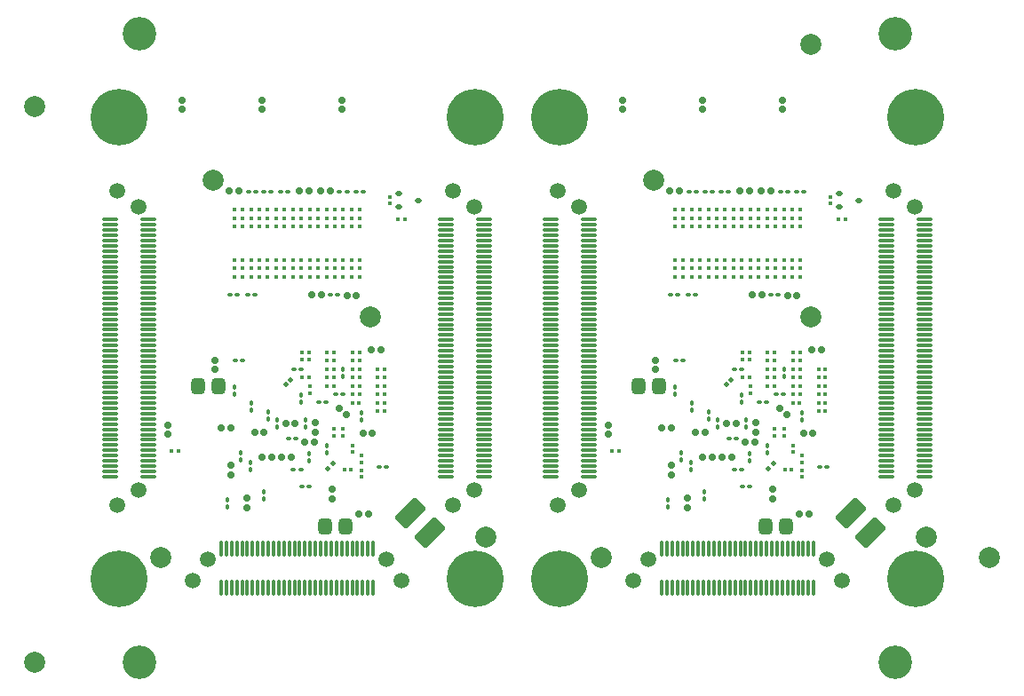
<source format=gbr>
G04*
G04 #@! TF.GenerationSoftware,Altium Limited,Altium Designer,22.4.2 (48)*
G04*
G04 Layer_Color=16711935*
%FSAX24Y24*%
%MOIN*%
G70*
G04*
G04 #@! TF.SameCoordinates,4E959B50-07AF-4267-8529-F93DF6EB4111*
G04*
G04*
G04 #@! TF.FilePolarity,Negative*
G04*
G01*
G75*
G04:AMPARAMS|DCode=17|XSize=25.2mil|YSize=25.2mil|CornerRadius=6.3mil|HoleSize=0mil|Usage=FLASHONLY|Rotation=90.000|XOffset=0mil|YOffset=0mil|HoleType=Round|Shape=RoundedRectangle|*
%AMROUNDEDRECTD17*
21,1,0.0252,0.0126,0,0,90.0*
21,1,0.0126,0.0252,0,0,90.0*
1,1,0.0126,0.0063,0.0063*
1,1,0.0126,0.0063,-0.0063*
1,1,0.0126,-0.0063,-0.0063*
1,1,0.0126,-0.0063,0.0063*
%
%ADD17ROUNDEDRECTD17*%
G04:AMPARAMS|DCode=25|XSize=59.1mil|YSize=51.2mil|CornerRadius=12.8mil|HoleSize=0mil|Usage=FLASHONLY|Rotation=90.000|XOffset=0mil|YOffset=0mil|HoleType=Round|Shape=RoundedRectangle|*
%AMROUNDEDRECTD25*
21,1,0.0591,0.0256,0,0,90.0*
21,1,0.0335,0.0512,0,0,90.0*
1,1,0.0256,0.0128,0.0167*
1,1,0.0256,0.0128,-0.0167*
1,1,0.0256,-0.0128,-0.0167*
1,1,0.0256,-0.0128,0.0167*
%
%ADD25ROUNDEDRECTD25*%
G04:AMPARAMS|DCode=26|XSize=23.6mil|YSize=23.6mil|CornerRadius=5.9mil|HoleSize=0mil|Usage=FLASHONLY|Rotation=270.000|XOffset=0mil|YOffset=0mil|HoleType=Round|Shape=RoundedRectangle|*
%AMROUNDEDRECTD26*
21,1,0.0236,0.0118,0,0,270.0*
21,1,0.0118,0.0236,0,0,270.0*
1,1,0.0118,-0.0059,-0.0059*
1,1,0.0118,-0.0059,0.0059*
1,1,0.0118,0.0059,0.0059*
1,1,0.0118,0.0059,-0.0059*
%
%ADD26ROUNDEDRECTD26*%
G04:AMPARAMS|DCode=27|XSize=23.6mil|YSize=23.6mil|CornerRadius=5.9mil|HoleSize=0mil|Usage=FLASHONLY|Rotation=0.000|XOffset=0mil|YOffset=0mil|HoleType=Round|Shape=RoundedRectangle|*
%AMROUNDEDRECTD27*
21,1,0.0236,0.0118,0,0,0.0*
21,1,0.0118,0.0236,0,0,0.0*
1,1,0.0118,0.0059,-0.0059*
1,1,0.0118,-0.0059,-0.0059*
1,1,0.0118,-0.0059,0.0059*
1,1,0.0118,0.0059,0.0059*
%
%ADD27ROUNDEDRECTD27*%
G04:AMPARAMS|DCode=28|XSize=25.2mil|YSize=25.2mil|CornerRadius=6.3mil|HoleSize=0mil|Usage=FLASHONLY|Rotation=0.000|XOffset=0mil|YOffset=0mil|HoleType=Round|Shape=RoundedRectangle|*
%AMROUNDEDRECTD28*
21,1,0.0252,0.0126,0,0,0.0*
21,1,0.0126,0.0252,0,0,0.0*
1,1,0.0126,0.0063,-0.0063*
1,1,0.0126,-0.0063,-0.0063*
1,1,0.0126,-0.0063,0.0063*
1,1,0.0126,0.0063,0.0063*
%
%ADD28ROUNDEDRECTD28*%
G04:AMPARAMS|DCode=30|XSize=25.2mil|YSize=25.2mil|CornerRadius=6.3mil|HoleSize=0mil|Usage=FLASHONLY|Rotation=225.000|XOffset=0mil|YOffset=0mil|HoleType=Round|Shape=RoundedRectangle|*
%AMROUNDEDRECTD30*
21,1,0.0252,0.0126,0,0,225.0*
21,1,0.0126,0.0252,0,0,225.0*
1,1,0.0126,-0.0089,0.0000*
1,1,0.0126,0.0000,0.0089*
1,1,0.0126,0.0089,0.0000*
1,1,0.0126,0.0000,-0.0089*
%
%ADD30ROUNDEDRECTD30*%
G04:AMPARAMS|DCode=31|XSize=13.8mil|YSize=15.7mil|CornerRadius=3.4mil|HoleSize=0mil|Usage=FLASHONLY|Rotation=270.000|XOffset=0mil|YOffset=0mil|HoleType=Round|Shape=RoundedRectangle|*
%AMROUNDEDRECTD31*
21,1,0.0138,0.0089,0,0,270.0*
21,1,0.0069,0.0157,0,0,270.0*
1,1,0.0069,-0.0044,-0.0034*
1,1,0.0069,-0.0044,0.0034*
1,1,0.0069,0.0044,0.0034*
1,1,0.0069,0.0044,-0.0034*
%
%ADD31ROUNDEDRECTD31*%
G04:AMPARAMS|DCode=32|XSize=13.8mil|YSize=15.7mil|CornerRadius=3.4mil|HoleSize=0mil|Usage=FLASHONLY|Rotation=180.000|XOffset=0mil|YOffset=0mil|HoleType=Round|Shape=RoundedRectangle|*
%AMROUNDEDRECTD32*
21,1,0.0138,0.0089,0,0,180.0*
21,1,0.0069,0.0157,0,0,180.0*
1,1,0.0069,-0.0034,0.0044*
1,1,0.0069,0.0034,0.0044*
1,1,0.0069,0.0034,-0.0044*
1,1,0.0069,-0.0034,-0.0044*
%
%ADD32ROUNDEDRECTD32*%
G04:AMPARAMS|DCode=33|XSize=16.5mil|YSize=18.1mil|CornerRadius=4.1mil|HoleSize=0mil|Usage=FLASHONLY|Rotation=270.000|XOffset=0mil|YOffset=0mil|HoleType=Round|Shape=RoundedRectangle|*
%AMROUNDEDRECTD33*
21,1,0.0165,0.0098,0,0,270.0*
21,1,0.0083,0.0181,0,0,270.0*
1,1,0.0083,-0.0049,-0.0041*
1,1,0.0083,-0.0049,0.0041*
1,1,0.0083,0.0049,0.0041*
1,1,0.0083,0.0049,-0.0041*
%
%ADD33ROUNDEDRECTD33*%
%ADD35C,0.0157*%
G04:AMPARAMS|DCode=37|XSize=18.5mil|YSize=23.6mil|CornerRadius=4.6mil|HoleSize=0mil|Usage=FLASHONLY|Rotation=90.000|XOffset=0mil|YOffset=0mil|HoleType=Round|Shape=RoundedRectangle|*
%AMROUNDEDRECTD37*
21,1,0.0185,0.0144,0,0,90.0*
21,1,0.0093,0.0236,0,0,90.0*
1,1,0.0093,0.0072,0.0046*
1,1,0.0093,0.0072,-0.0046*
1,1,0.0093,-0.0072,-0.0046*
1,1,0.0093,-0.0072,0.0046*
%
%ADD37ROUNDEDRECTD37*%
%ADD46C,0.1260*%
%ADD47C,0.2126*%
%ADD48C,0.0591*%
G04:AMPARAMS|DCode=52|XSize=11.8mil|YSize=59.1mil|CornerRadius=3mil|HoleSize=0mil|Usage=FLASHONLY|Rotation=270.000|XOffset=0mil|YOffset=0mil|HoleType=Round|Shape=RoundedRectangle|*
%AMROUNDEDRECTD52*
21,1,0.0118,0.0531,0,0,270.0*
21,1,0.0059,0.0591,0,0,270.0*
1,1,0.0059,-0.0266,-0.0030*
1,1,0.0059,-0.0266,0.0030*
1,1,0.0059,0.0266,0.0030*
1,1,0.0059,0.0266,-0.0030*
%
%ADD52ROUNDEDRECTD52*%
G04:AMPARAMS|DCode=53|XSize=110.2mil|YSize=65mil|CornerRadius=8.1mil|HoleSize=0mil|Usage=FLASHONLY|Rotation=45.000|XOffset=0mil|YOffset=0mil|HoleType=Round|Shape=RoundedRectangle|*
%AMROUNDEDRECTD53*
21,1,0.1102,0.0487,0,0,45.0*
21,1,0.0940,0.0650,0,0,45.0*
1,1,0.0162,0.0505,0.0160*
1,1,0.0162,-0.0160,-0.0505*
1,1,0.0162,-0.0505,-0.0160*
1,1,0.0162,0.0160,0.0505*
%
%ADD53ROUNDEDRECTD53*%
G04:AMPARAMS|DCode=54|XSize=16.5mil|YSize=18.1mil|CornerRadius=4.1mil|HoleSize=0mil|Usage=FLASHONLY|Rotation=180.000|XOffset=0mil|YOffset=0mil|HoleType=Round|Shape=RoundedRectangle|*
%AMROUNDEDRECTD54*
21,1,0.0165,0.0098,0,0,180.0*
21,1,0.0083,0.0181,0,0,180.0*
1,1,0.0083,-0.0041,0.0049*
1,1,0.0083,0.0041,0.0049*
1,1,0.0083,0.0041,-0.0049*
1,1,0.0083,-0.0041,-0.0049*
%
%ADD54ROUNDEDRECTD54*%
G04:AMPARAMS|DCode=55|XSize=16.5mil|YSize=18.1mil|CornerRadius=4.1mil|HoleSize=0mil|Usage=FLASHONLY|Rotation=135.000|XOffset=0mil|YOffset=0mil|HoleType=Round|Shape=RoundedRectangle|*
%AMROUNDEDRECTD55*
21,1,0.0165,0.0098,0,0,135.0*
21,1,0.0083,0.0181,0,0,135.0*
1,1,0.0083,0.0006,0.0064*
1,1,0.0083,0.0064,0.0006*
1,1,0.0083,-0.0006,-0.0064*
1,1,0.0083,-0.0064,-0.0006*
%
%ADD55ROUNDEDRECTD55*%
G04:AMPARAMS|DCode=56|XSize=11.8mil|YSize=59.1mil|CornerRadius=3mil|HoleSize=0mil|Usage=FLASHONLY|Rotation=0.000|XOffset=0mil|YOffset=0mil|HoleType=Round|Shape=RoundedRectangle|*
%AMROUNDEDRECTD56*
21,1,0.0118,0.0531,0,0,0.0*
21,1,0.0059,0.0591,0,0,0.0*
1,1,0.0059,0.0030,-0.0266*
1,1,0.0059,-0.0030,-0.0266*
1,1,0.0059,-0.0030,0.0266*
1,1,0.0059,0.0030,0.0266*
%
%ADD56ROUNDEDRECTD56*%
%ADD64C,0.0787*%
D17*
X010575Y010630D02*
D03*
X010213D02*
D03*
X011217Y009685D02*
D03*
X011579D02*
D03*
X009335Y010778D02*
D03*
X008972D02*
D03*
X014278Y010591D02*
D03*
X014640D02*
D03*
X014593Y013711D02*
D03*
X014955D02*
D03*
X014140Y007539D02*
D03*
X014502D02*
D03*
X013677Y015748D02*
D03*
X014039D02*
D03*
X009268Y019685D02*
D03*
X009630D02*
D03*
X012268D02*
D03*
X011906D02*
D03*
X012693D02*
D03*
X013055D02*
D03*
X027110Y010630D02*
D03*
X026748D02*
D03*
X027752Y009685D02*
D03*
X028114D02*
D03*
X025870Y010778D02*
D03*
X025508D02*
D03*
X030813Y010591D02*
D03*
X031175D02*
D03*
X031128Y013711D02*
D03*
X031490D02*
D03*
X030675Y007539D02*
D03*
X031037D02*
D03*
X030213Y015748D02*
D03*
X030575D02*
D03*
X025803Y019685D02*
D03*
X026165D02*
D03*
X028803D02*
D03*
X028441D02*
D03*
X029228D02*
D03*
X029591D02*
D03*
D25*
X008848Y012343D02*
D03*
X008100D02*
D03*
X013612Y007077D02*
D03*
X012864D02*
D03*
X025384Y012343D02*
D03*
X024636D02*
D03*
X030148Y007077D02*
D03*
X029400D02*
D03*
D26*
X012362Y015768D02*
D03*
X012717D02*
D03*
X010846Y009675D02*
D03*
X010492D02*
D03*
X012106Y010256D02*
D03*
X012461D02*
D03*
X011742Y010955D02*
D03*
X011388D02*
D03*
X028898Y015768D02*
D03*
X029252D02*
D03*
X027382Y009675D02*
D03*
X027028D02*
D03*
X028642Y010256D02*
D03*
X028996D02*
D03*
X028278Y010955D02*
D03*
X027923D02*
D03*
D27*
X010482Y022736D02*
D03*
Y023091D02*
D03*
X013494Y022736D02*
D03*
Y023091D02*
D03*
X007490Y022736D02*
D03*
Y023091D02*
D03*
X027018Y022736D02*
D03*
Y023091D02*
D03*
X030030Y022736D02*
D03*
Y023091D02*
D03*
X024026Y022736D02*
D03*
Y023091D02*
D03*
D28*
X009341Y009032D02*
D03*
Y009394D02*
D03*
X009921Y007772D02*
D03*
Y008134D02*
D03*
X012490Y010988D02*
D03*
Y010626D02*
D03*
X008720Y012968D02*
D03*
Y013331D02*
D03*
X013120Y008469D02*
D03*
Y008106D02*
D03*
X006959Y010900D02*
D03*
Y010537D02*
D03*
X025876Y009032D02*
D03*
Y009394D02*
D03*
X026457Y007772D02*
D03*
Y008134D02*
D03*
X029026Y010988D02*
D03*
Y010626D02*
D03*
X025256Y012968D02*
D03*
Y013331D02*
D03*
X029656Y008469D02*
D03*
Y008106D02*
D03*
X023494Y010900D02*
D03*
Y010537D02*
D03*
D30*
X013396Y011526D02*
D03*
X013652Y011270D02*
D03*
X029931Y011526D02*
D03*
X030187Y011270D02*
D03*
D31*
X015856Y018622D02*
D03*
X015600D02*
D03*
X015098Y012992D02*
D03*
X014843D02*
D03*
X015098Y012047D02*
D03*
X014843D02*
D03*
X014134Y011732D02*
D03*
X013878D02*
D03*
X015098Y012677D02*
D03*
X014843D02*
D03*
X015098Y011732D02*
D03*
X014843D02*
D03*
X015098Y012362D02*
D03*
X014843D02*
D03*
X012254Y013346D02*
D03*
X011998D02*
D03*
X012254Y012667D02*
D03*
X011998D02*
D03*
X012254Y013632D02*
D03*
X011998D02*
D03*
X014144Y013307D02*
D03*
X013888D02*
D03*
X013189Y013622D02*
D03*
X012933D02*
D03*
X015098Y011417D02*
D03*
X014843D02*
D03*
X013189Y013307D02*
D03*
X012933D02*
D03*
X013189Y012362D02*
D03*
X012933D02*
D03*
X013189Y012677D02*
D03*
X012933D02*
D03*
X013189Y012992D02*
D03*
X012933D02*
D03*
X014144Y012362D02*
D03*
X013888D02*
D03*
X014144Y012992D02*
D03*
X013888D02*
D03*
X014144Y013622D02*
D03*
X013888D02*
D03*
X014144Y012677D02*
D03*
X013888D02*
D03*
X014144Y012047D02*
D03*
X013888D02*
D03*
X007106Y009902D02*
D03*
X007362D02*
D03*
X013579Y009209D02*
D03*
X013835D02*
D03*
X032392Y018622D02*
D03*
X032136D02*
D03*
X031634Y012992D02*
D03*
X031378D02*
D03*
X031634Y012047D02*
D03*
X031378D02*
D03*
X030669Y011732D02*
D03*
X030413D02*
D03*
X031634Y012677D02*
D03*
X031378D02*
D03*
X031634Y011732D02*
D03*
X031378D02*
D03*
X031634Y012362D02*
D03*
X031378D02*
D03*
X028789Y013346D02*
D03*
X028533D02*
D03*
X028789Y012667D02*
D03*
X028533D02*
D03*
X028789Y013632D02*
D03*
X028533D02*
D03*
X030679Y013307D02*
D03*
X030423D02*
D03*
X029724Y013622D02*
D03*
X029469D02*
D03*
X031634Y011417D02*
D03*
X031378D02*
D03*
X029724Y013307D02*
D03*
X029469D02*
D03*
X029724Y012362D02*
D03*
X029469D02*
D03*
X029724Y012677D02*
D03*
X029469D02*
D03*
X029724Y012992D02*
D03*
X029469D02*
D03*
X030679Y012362D02*
D03*
X030423D02*
D03*
X030679Y012992D02*
D03*
X030423D02*
D03*
X030679Y013622D02*
D03*
X030423D02*
D03*
X030679Y012677D02*
D03*
X030423D02*
D03*
X030679Y012047D02*
D03*
X030423D02*
D03*
X023642Y009902D02*
D03*
X023898D02*
D03*
X030114Y009209D02*
D03*
X030370D02*
D03*
D32*
X015285Y019203D02*
D03*
Y019459D02*
D03*
X012283Y012352D02*
D03*
Y012096D02*
D03*
X013199Y010492D02*
D03*
Y010748D02*
D03*
X013543Y010492D02*
D03*
Y010748D02*
D03*
X014232Y009193D02*
D03*
Y008937D02*
D03*
Y009734D02*
D03*
Y009478D02*
D03*
X013878Y010128D02*
D03*
Y009872D02*
D03*
X031821Y019203D02*
D03*
Y019459D02*
D03*
X028819Y012352D02*
D03*
Y012096D02*
D03*
X029734Y010492D02*
D03*
Y010748D02*
D03*
X030079Y010492D02*
D03*
Y010748D02*
D03*
X030768Y009193D02*
D03*
Y008937D02*
D03*
Y009734D02*
D03*
Y009478D02*
D03*
X030413Y010128D02*
D03*
Y009872D02*
D03*
D33*
X011500Y010384D02*
D03*
X011768D02*
D03*
X012622Y011742D02*
D03*
X012890D02*
D03*
X011945Y012996D02*
D03*
X011677D02*
D03*
X013530Y012047D02*
D03*
X013262D02*
D03*
X009750Y013317D02*
D03*
X009482D02*
D03*
X011944Y009216D02*
D03*
X011676D02*
D03*
X012256Y008583D02*
D03*
X011988D02*
D03*
X014896Y009311D02*
D03*
X015163D02*
D03*
X014039Y019646D02*
D03*
X014307D02*
D03*
X013323Y015787D02*
D03*
X013055D02*
D03*
X011472Y019646D02*
D03*
X011205D02*
D03*
X009984D02*
D03*
X010252D02*
D03*
X010843D02*
D03*
X010575D02*
D03*
X009945Y015787D02*
D03*
X010213D02*
D03*
X013409Y019646D02*
D03*
X013677D02*
D03*
X009305Y015778D02*
D03*
X009573D02*
D03*
X028035Y010384D02*
D03*
X028303D02*
D03*
X029157Y011742D02*
D03*
X029425D02*
D03*
X028481Y012996D02*
D03*
X028213D02*
D03*
X030065Y012047D02*
D03*
X029797D02*
D03*
X026285Y013317D02*
D03*
X026018D02*
D03*
X028480Y009216D02*
D03*
X028212D02*
D03*
X028791Y008583D02*
D03*
X028524D02*
D03*
X031431Y009311D02*
D03*
X031699D02*
D03*
X030575Y019646D02*
D03*
X030843D02*
D03*
X029858Y015787D02*
D03*
X029591D02*
D03*
X028008Y019646D02*
D03*
X027740D02*
D03*
X026520D02*
D03*
X026787D02*
D03*
X027378D02*
D03*
X027110D02*
D03*
X026480Y015787D02*
D03*
X026748D02*
D03*
X029945Y019646D02*
D03*
X030213D02*
D03*
X025841Y015778D02*
D03*
X026108D02*
D03*
D35*
X013858Y018976D02*
D03*
X013543D02*
D03*
X014173D02*
D03*
X013543Y018661D02*
D03*
X013228Y018976D02*
D03*
X012913D02*
D03*
X013228Y018661D02*
D03*
X012913D02*
D03*
X014173D02*
D03*
X013858D02*
D03*
X014173Y018346D02*
D03*
X013858D02*
D03*
X013228D02*
D03*
X012913D02*
D03*
X013543D02*
D03*
X012598Y018976D02*
D03*
X012283D02*
D03*
Y018661D02*
D03*
X011969D02*
D03*
Y018976D02*
D03*
X011654D02*
D03*
Y018661D02*
D03*
X012598D02*
D03*
X011969Y018346D02*
D03*
X012598D02*
D03*
X012283D02*
D03*
X011654D02*
D03*
X014173Y017087D02*
D03*
X013543D02*
D03*
X013228D02*
D03*
X013858D02*
D03*
X013228Y016772D02*
D03*
X014173D02*
D03*
X013858D02*
D03*
X014173Y016457D02*
D03*
X013858D02*
D03*
X013543Y016772D02*
D03*
X013228Y016457D02*
D03*
X013543D02*
D03*
X012598Y017087D02*
D03*
X012283D02*
D03*
X012913D02*
D03*
X012283Y016772D02*
D03*
X011969Y017087D02*
D03*
X011654D02*
D03*
X011969Y016772D02*
D03*
X012913D02*
D03*
X012598D02*
D03*
X012913Y016457D02*
D03*
X012598D02*
D03*
X011969D02*
D03*
X011654D02*
D03*
X012283D02*
D03*
X011024Y018976D02*
D03*
X010709D02*
D03*
X011339D02*
D03*
X010709Y018661D02*
D03*
X010394D02*
D03*
X011339D02*
D03*
X011024D02*
D03*
X011339Y018346D02*
D03*
X011024D02*
D03*
X010709D02*
D03*
X010394D02*
D03*
X009449Y018976D02*
D03*
X010079D02*
D03*
X009764D02*
D03*
X010394D02*
D03*
X010079Y018661D02*
D03*
Y018346D02*
D03*
X009764D02*
D03*
Y018661D02*
D03*
X009449D02*
D03*
Y018346D02*
D03*
X011339Y017087D02*
D03*
X011024Y016772D02*
D03*
X011654D02*
D03*
X011339D02*
D03*
X011024Y017087D02*
D03*
X010709D02*
D03*
Y016772D02*
D03*
Y016457D02*
D03*
X010394D02*
D03*
X011339D02*
D03*
X011024D02*
D03*
X009764Y017087D02*
D03*
X009449D02*
D03*
X010394D02*
D03*
X010079D02*
D03*
X010394Y016772D02*
D03*
X010079D02*
D03*
Y016457D02*
D03*
X009764D02*
D03*
Y016772D02*
D03*
X009449D02*
D03*
Y016457D02*
D03*
X030394Y018976D02*
D03*
X030079D02*
D03*
X030709D02*
D03*
X030079Y018661D02*
D03*
X029764Y018976D02*
D03*
X029449D02*
D03*
X029764Y018661D02*
D03*
X029449D02*
D03*
X030709D02*
D03*
X030394D02*
D03*
X030709Y018346D02*
D03*
X030394D02*
D03*
X029764D02*
D03*
X029449D02*
D03*
X030079D02*
D03*
X029134Y018976D02*
D03*
X028819D02*
D03*
Y018661D02*
D03*
X028504D02*
D03*
Y018976D02*
D03*
X028189D02*
D03*
Y018661D02*
D03*
X029134D02*
D03*
X028504Y018346D02*
D03*
X029134D02*
D03*
X028819D02*
D03*
X028189D02*
D03*
X030709Y017087D02*
D03*
X030079D02*
D03*
X029764D02*
D03*
X030394D02*
D03*
X029764Y016772D02*
D03*
X030709D02*
D03*
X030394D02*
D03*
X030709Y016457D02*
D03*
X030394D02*
D03*
X030079Y016772D02*
D03*
X029764Y016457D02*
D03*
X030079D02*
D03*
X029134Y017087D02*
D03*
X028819D02*
D03*
X029449D02*
D03*
X028819Y016772D02*
D03*
X028504Y017087D02*
D03*
X028189D02*
D03*
X028504Y016772D02*
D03*
X029449D02*
D03*
X029134D02*
D03*
X029449Y016457D02*
D03*
X029134D02*
D03*
X028504D02*
D03*
X028189D02*
D03*
X028819D02*
D03*
X027559Y018976D02*
D03*
X027244D02*
D03*
X027874D02*
D03*
X027244Y018661D02*
D03*
X026929D02*
D03*
X027874D02*
D03*
X027559D02*
D03*
X027874Y018346D02*
D03*
X027559D02*
D03*
X027244D02*
D03*
X026929D02*
D03*
X025984Y018976D02*
D03*
X026614D02*
D03*
X026299D02*
D03*
X026929D02*
D03*
X026614Y018661D02*
D03*
Y018346D02*
D03*
X026299D02*
D03*
Y018661D02*
D03*
X025984D02*
D03*
Y018346D02*
D03*
X027874Y017087D02*
D03*
X027559Y016772D02*
D03*
X028189D02*
D03*
X027874D02*
D03*
X027559Y017087D02*
D03*
X027244D02*
D03*
Y016772D02*
D03*
Y016457D02*
D03*
X026929D02*
D03*
X027874D02*
D03*
X027559D02*
D03*
X026299Y017087D02*
D03*
X025984D02*
D03*
X026929D02*
D03*
X026614D02*
D03*
X026929Y016772D02*
D03*
X026614D02*
D03*
Y016457D02*
D03*
X026299D02*
D03*
Y016772D02*
D03*
X025984D02*
D03*
Y016457D02*
D03*
D37*
X016359Y019332D02*
D03*
X015611Y019076D02*
D03*
Y019588D02*
D03*
X032894Y019332D02*
D03*
X032146Y019076D02*
D03*
Y019588D02*
D03*
D46*
X034252Y025591D02*
D03*
Y001969D02*
D03*
X005906D02*
D03*
Y025591D02*
D03*
D47*
X018504Y005118D02*
D03*
X005118D02*
D03*
X018504Y022441D02*
D03*
X005118D02*
D03*
X035039Y005118D02*
D03*
X021654D02*
D03*
X035039Y022441D02*
D03*
X021654D02*
D03*
D48*
X015157Y005846D02*
D03*
X015738Y005059D02*
D03*
X008465Y005846D02*
D03*
X007884Y005059D02*
D03*
X005846Y019094D02*
D03*
X005059Y019675D02*
D03*
X005846Y008465D02*
D03*
X005059Y007884D02*
D03*
X018445Y019094D02*
D03*
X017657Y019675D02*
D03*
X018445Y008465D02*
D03*
X017657Y007884D02*
D03*
X031693Y005846D02*
D03*
X032274Y005059D02*
D03*
X025000Y005846D02*
D03*
X024419Y005059D02*
D03*
X022382Y019094D02*
D03*
X021594Y019675D02*
D03*
X022382Y008465D02*
D03*
X021594Y007884D02*
D03*
X034980Y019094D02*
D03*
X034193Y019675D02*
D03*
X034980Y008465D02*
D03*
X034193Y007884D02*
D03*
D52*
X018839Y018209D02*
D03*
Y018012D02*
D03*
Y018602D02*
D03*
Y018406D02*
D03*
X006240Y015453D02*
D03*
Y015059D02*
D03*
Y015256D02*
D03*
Y016043D02*
D03*
Y016240D02*
D03*
Y015650D02*
D03*
Y015846D02*
D03*
Y013878D02*
D03*
Y014075D02*
D03*
Y013484D02*
D03*
Y013681D02*
D03*
Y014665D02*
D03*
Y014862D02*
D03*
Y014272D02*
D03*
Y014468D02*
D03*
Y018209D02*
D03*
Y018012D02*
D03*
Y017618D02*
D03*
Y017815D02*
D03*
Y018406D02*
D03*
Y018602D02*
D03*
Y016831D02*
D03*
Y017028D02*
D03*
Y016437D02*
D03*
Y016634D02*
D03*
Y017224D02*
D03*
Y017421D02*
D03*
Y009941D02*
D03*
Y009744D02*
D03*
Y010138D02*
D03*
Y013091D02*
D03*
Y013287D02*
D03*
Y012697D02*
D03*
Y012894D02*
D03*
Y009350D02*
D03*
Y009547D02*
D03*
Y008957D02*
D03*
Y009154D02*
D03*
Y011713D02*
D03*
Y011516D02*
D03*
Y011909D02*
D03*
Y011319D02*
D03*
Y012303D02*
D03*
Y012500D02*
D03*
Y012106D02*
D03*
Y010532D02*
D03*
Y010728D02*
D03*
Y010335D02*
D03*
Y010925D02*
D03*
Y011122D02*
D03*
X004783Y015256D02*
D03*
Y015453D02*
D03*
Y016043D02*
D03*
Y016240D02*
D03*
Y015650D02*
D03*
Y015846D02*
D03*
Y014075D02*
D03*
Y014272D02*
D03*
Y013287D02*
D03*
Y013878D02*
D03*
Y014862D02*
D03*
Y015059D02*
D03*
Y014468D02*
D03*
Y014665D02*
D03*
Y018209D02*
D03*
Y018012D02*
D03*
Y017618D02*
D03*
Y017815D02*
D03*
Y018406D02*
D03*
Y018602D02*
D03*
Y016437D02*
D03*
Y016634D02*
D03*
Y013484D02*
D03*
Y013681D02*
D03*
Y017224D02*
D03*
Y017421D02*
D03*
Y016831D02*
D03*
Y017028D02*
D03*
Y012303D02*
D03*
Y012106D02*
D03*
Y012500D02*
D03*
Y011713D02*
D03*
Y011909D02*
D03*
Y012894D02*
D03*
Y013091D02*
D03*
Y012697D02*
D03*
Y008957D02*
D03*
Y009547D02*
D03*
Y009744D02*
D03*
Y009154D02*
D03*
Y009350D02*
D03*
Y010925D02*
D03*
Y010728D02*
D03*
Y011122D02*
D03*
Y010532D02*
D03*
Y011319D02*
D03*
Y011516D02*
D03*
Y010138D02*
D03*
Y010335D02*
D03*
Y009941D02*
D03*
X018839Y015453D02*
D03*
Y015059D02*
D03*
Y015256D02*
D03*
Y016043D02*
D03*
Y016240D02*
D03*
Y015650D02*
D03*
Y015846D02*
D03*
Y013878D02*
D03*
Y014075D02*
D03*
Y013484D02*
D03*
Y013681D02*
D03*
Y014665D02*
D03*
Y014862D02*
D03*
Y014272D02*
D03*
Y014468D02*
D03*
Y017618D02*
D03*
Y017815D02*
D03*
Y016831D02*
D03*
Y017028D02*
D03*
Y016437D02*
D03*
Y016634D02*
D03*
Y017224D02*
D03*
Y017421D02*
D03*
Y009941D02*
D03*
Y009744D02*
D03*
Y010138D02*
D03*
Y013091D02*
D03*
Y013287D02*
D03*
Y012697D02*
D03*
Y012894D02*
D03*
Y009350D02*
D03*
Y009547D02*
D03*
Y008957D02*
D03*
Y009154D02*
D03*
Y011713D02*
D03*
Y011516D02*
D03*
Y011909D02*
D03*
Y011319D02*
D03*
Y012303D02*
D03*
Y012500D02*
D03*
Y012106D02*
D03*
Y010532D02*
D03*
Y010728D02*
D03*
Y010335D02*
D03*
Y010925D02*
D03*
Y011122D02*
D03*
X017382Y015256D02*
D03*
Y015453D02*
D03*
Y016043D02*
D03*
Y016240D02*
D03*
Y015650D02*
D03*
Y015846D02*
D03*
Y014075D02*
D03*
Y014272D02*
D03*
Y013287D02*
D03*
Y013878D02*
D03*
Y014862D02*
D03*
Y015059D02*
D03*
Y014468D02*
D03*
Y014665D02*
D03*
Y018209D02*
D03*
Y018012D02*
D03*
Y017618D02*
D03*
Y017815D02*
D03*
Y018406D02*
D03*
Y018602D02*
D03*
Y016437D02*
D03*
Y016634D02*
D03*
Y013484D02*
D03*
Y013681D02*
D03*
Y017224D02*
D03*
Y017421D02*
D03*
Y016831D02*
D03*
Y017028D02*
D03*
Y012303D02*
D03*
Y012106D02*
D03*
Y012500D02*
D03*
Y011713D02*
D03*
Y011909D02*
D03*
Y012894D02*
D03*
Y013091D02*
D03*
Y012697D02*
D03*
Y008957D02*
D03*
Y009547D02*
D03*
Y009744D02*
D03*
Y009154D02*
D03*
Y009350D02*
D03*
Y010925D02*
D03*
Y010728D02*
D03*
Y011122D02*
D03*
Y010532D02*
D03*
Y011319D02*
D03*
Y011516D02*
D03*
Y010138D02*
D03*
Y010335D02*
D03*
Y009941D02*
D03*
X035374Y018209D02*
D03*
Y018012D02*
D03*
Y018602D02*
D03*
Y018406D02*
D03*
X022776Y015453D02*
D03*
Y015059D02*
D03*
Y015256D02*
D03*
Y016043D02*
D03*
Y016240D02*
D03*
Y015650D02*
D03*
Y015846D02*
D03*
Y013878D02*
D03*
Y014075D02*
D03*
Y013484D02*
D03*
Y013681D02*
D03*
Y014665D02*
D03*
Y014862D02*
D03*
Y014272D02*
D03*
Y014468D02*
D03*
Y018209D02*
D03*
Y018012D02*
D03*
Y017618D02*
D03*
Y017815D02*
D03*
Y018406D02*
D03*
Y018602D02*
D03*
Y016831D02*
D03*
Y017028D02*
D03*
Y016437D02*
D03*
Y016634D02*
D03*
Y017224D02*
D03*
Y017421D02*
D03*
Y009941D02*
D03*
Y009744D02*
D03*
Y010138D02*
D03*
Y013091D02*
D03*
Y013287D02*
D03*
Y012697D02*
D03*
Y012894D02*
D03*
Y009350D02*
D03*
Y009547D02*
D03*
Y008957D02*
D03*
Y009154D02*
D03*
Y011713D02*
D03*
Y011516D02*
D03*
Y011909D02*
D03*
Y011319D02*
D03*
Y012303D02*
D03*
Y012500D02*
D03*
Y012106D02*
D03*
Y010532D02*
D03*
Y010728D02*
D03*
Y010335D02*
D03*
Y010925D02*
D03*
Y011122D02*
D03*
X021319Y015256D02*
D03*
Y015453D02*
D03*
Y016043D02*
D03*
Y016240D02*
D03*
Y015650D02*
D03*
Y015846D02*
D03*
Y014075D02*
D03*
Y014272D02*
D03*
Y013287D02*
D03*
Y013878D02*
D03*
Y014862D02*
D03*
Y015059D02*
D03*
Y014468D02*
D03*
Y014665D02*
D03*
Y018209D02*
D03*
Y018012D02*
D03*
Y017618D02*
D03*
Y017815D02*
D03*
Y018406D02*
D03*
Y018602D02*
D03*
Y016437D02*
D03*
Y016634D02*
D03*
Y013484D02*
D03*
Y013681D02*
D03*
Y017224D02*
D03*
Y017421D02*
D03*
Y016831D02*
D03*
Y017028D02*
D03*
Y012303D02*
D03*
Y012106D02*
D03*
Y012500D02*
D03*
Y011713D02*
D03*
Y011909D02*
D03*
Y012894D02*
D03*
Y013091D02*
D03*
Y012697D02*
D03*
Y008957D02*
D03*
Y009547D02*
D03*
Y009744D02*
D03*
Y009154D02*
D03*
Y009350D02*
D03*
Y010925D02*
D03*
Y010728D02*
D03*
Y011122D02*
D03*
Y010532D02*
D03*
Y011319D02*
D03*
Y011516D02*
D03*
Y010138D02*
D03*
Y010335D02*
D03*
Y009941D02*
D03*
X035374Y015453D02*
D03*
Y015059D02*
D03*
Y015256D02*
D03*
Y016043D02*
D03*
Y016240D02*
D03*
Y015650D02*
D03*
Y015846D02*
D03*
Y013878D02*
D03*
Y014075D02*
D03*
Y013484D02*
D03*
Y013681D02*
D03*
Y014665D02*
D03*
Y014862D02*
D03*
Y014272D02*
D03*
Y014468D02*
D03*
Y017618D02*
D03*
Y017815D02*
D03*
Y016831D02*
D03*
Y017028D02*
D03*
Y016437D02*
D03*
Y016634D02*
D03*
Y017224D02*
D03*
Y017421D02*
D03*
Y009941D02*
D03*
Y009744D02*
D03*
Y010138D02*
D03*
Y013091D02*
D03*
Y013287D02*
D03*
Y012697D02*
D03*
Y012894D02*
D03*
Y009350D02*
D03*
Y009547D02*
D03*
Y008957D02*
D03*
Y009154D02*
D03*
Y011713D02*
D03*
Y011516D02*
D03*
Y011909D02*
D03*
Y011319D02*
D03*
Y012303D02*
D03*
Y012500D02*
D03*
Y012106D02*
D03*
Y010532D02*
D03*
Y010728D02*
D03*
Y010335D02*
D03*
Y010925D02*
D03*
Y011122D02*
D03*
X033917Y015256D02*
D03*
Y015453D02*
D03*
Y016043D02*
D03*
Y016240D02*
D03*
Y015650D02*
D03*
Y015846D02*
D03*
Y014075D02*
D03*
Y014272D02*
D03*
Y013287D02*
D03*
Y013878D02*
D03*
Y014862D02*
D03*
Y015059D02*
D03*
Y014468D02*
D03*
Y014665D02*
D03*
Y018209D02*
D03*
Y018012D02*
D03*
Y017618D02*
D03*
Y017815D02*
D03*
Y018406D02*
D03*
Y018602D02*
D03*
Y016437D02*
D03*
Y016634D02*
D03*
Y013484D02*
D03*
Y013681D02*
D03*
Y017224D02*
D03*
Y017421D02*
D03*
Y016831D02*
D03*
Y017028D02*
D03*
Y012303D02*
D03*
Y012106D02*
D03*
Y012500D02*
D03*
Y011713D02*
D03*
Y011909D02*
D03*
Y012894D02*
D03*
Y013091D02*
D03*
Y012697D02*
D03*
Y008957D02*
D03*
Y009547D02*
D03*
Y009744D02*
D03*
Y009154D02*
D03*
Y009350D02*
D03*
Y010925D02*
D03*
Y010728D02*
D03*
Y011122D02*
D03*
Y010532D02*
D03*
Y011319D02*
D03*
Y011516D02*
D03*
Y010138D02*
D03*
Y010335D02*
D03*
Y009941D02*
D03*
D53*
X016786Y006836D02*
D03*
X016048Y007574D02*
D03*
X033322Y006836D02*
D03*
X032584Y007574D02*
D03*
D54*
X010069Y009226D02*
D03*
Y009494D02*
D03*
X009705Y009581D02*
D03*
Y009848D02*
D03*
X010551Y008382D02*
D03*
Y008114D02*
D03*
X009183Y008087D02*
D03*
Y007819D02*
D03*
X011959Y011766D02*
D03*
Y012033D02*
D03*
X010715Y011115D02*
D03*
Y011382D02*
D03*
X011053Y010821D02*
D03*
Y011089D02*
D03*
X012923Y010124D02*
D03*
Y009856D02*
D03*
X012254Y009561D02*
D03*
Y009829D02*
D03*
X012136Y011079D02*
D03*
Y010811D02*
D03*
X009453Y012062D02*
D03*
Y012330D02*
D03*
X010089Y011709D02*
D03*
Y011441D02*
D03*
X014222Y011087D02*
D03*
Y011354D02*
D03*
X013543Y012978D02*
D03*
Y012711D02*
D03*
X026604Y009226D02*
D03*
Y009494D02*
D03*
X026240Y009581D02*
D03*
Y009848D02*
D03*
X027087Y008382D02*
D03*
Y008114D02*
D03*
X025719Y008087D02*
D03*
Y007819D02*
D03*
X028494Y011766D02*
D03*
Y012033D02*
D03*
X027250Y011115D02*
D03*
Y011382D02*
D03*
X027589Y010821D02*
D03*
Y011089D02*
D03*
X029459Y010124D02*
D03*
Y009856D02*
D03*
X028789Y009561D02*
D03*
Y009829D02*
D03*
X028671Y011079D02*
D03*
Y010811D02*
D03*
X025989Y012062D02*
D03*
Y012330D02*
D03*
X026624Y011709D02*
D03*
Y011441D02*
D03*
X030758Y011087D02*
D03*
Y011354D02*
D03*
X030079Y012978D02*
D03*
Y012711D02*
D03*
D55*
X011382Y012405D02*
D03*
X011571Y012595D02*
D03*
X013146Y009435D02*
D03*
X012957Y009246D02*
D03*
X027917Y012405D02*
D03*
X028106Y012595D02*
D03*
X029681Y009435D02*
D03*
X029492Y009246D02*
D03*
D56*
X013878Y006240D02*
D03*
X014075D02*
D03*
X014468D02*
D03*
X014272D02*
D03*
X014665D02*
D03*
X012500D02*
D03*
X012303D02*
D03*
X012697D02*
D03*
X011909D02*
D03*
X011713D02*
D03*
X012106D02*
D03*
X013484D02*
D03*
X013287D02*
D03*
X013681D02*
D03*
X013091D02*
D03*
X012894D02*
D03*
X014272Y004783D02*
D03*
X014075D02*
D03*
X014468D02*
D03*
X014665D02*
D03*
X012500D02*
D03*
X012303D02*
D03*
X012697D02*
D03*
X011909D02*
D03*
X011713D02*
D03*
X012106D02*
D03*
X013681D02*
D03*
X013484D02*
D03*
X013878D02*
D03*
X013091D02*
D03*
X012894D02*
D03*
X013287D02*
D03*
X010728Y006240D02*
D03*
X010532D02*
D03*
X010925D02*
D03*
X010335D02*
D03*
X011516D02*
D03*
X011319D02*
D03*
X011122D02*
D03*
X009350D02*
D03*
X009154D02*
D03*
X009547D02*
D03*
X008957D02*
D03*
X009941D02*
D03*
X009744D02*
D03*
X010138D02*
D03*
X010728Y004783D02*
D03*
X010532D02*
D03*
X010925D02*
D03*
X010335D02*
D03*
X010138D02*
D03*
X011319D02*
D03*
X011122D02*
D03*
X011516D02*
D03*
X009154D02*
D03*
X008957D02*
D03*
X009350D02*
D03*
X009744D02*
D03*
X009547D02*
D03*
X009941D02*
D03*
X030413Y006240D02*
D03*
X030610D02*
D03*
X031004D02*
D03*
X030807D02*
D03*
X031201D02*
D03*
X029035D02*
D03*
X028839D02*
D03*
X029232D02*
D03*
X028445D02*
D03*
X028248D02*
D03*
X028642D02*
D03*
X030020D02*
D03*
X029823D02*
D03*
X030217D02*
D03*
X029626D02*
D03*
X029429D02*
D03*
X030807Y004783D02*
D03*
X030610D02*
D03*
X031004D02*
D03*
X031201D02*
D03*
X029035D02*
D03*
X028839D02*
D03*
X029232D02*
D03*
X028445D02*
D03*
X028248D02*
D03*
X028642D02*
D03*
X030217D02*
D03*
X030020D02*
D03*
X030413D02*
D03*
X029626D02*
D03*
X029429D02*
D03*
X029823D02*
D03*
X027264Y006240D02*
D03*
X027067D02*
D03*
X027461D02*
D03*
X026870D02*
D03*
X028051D02*
D03*
X027854D02*
D03*
X027657D02*
D03*
X025886D02*
D03*
X025689D02*
D03*
X026083D02*
D03*
X025492D02*
D03*
X026476D02*
D03*
X026280D02*
D03*
X026673D02*
D03*
X027264Y004783D02*
D03*
X027067D02*
D03*
X027461D02*
D03*
X026870D02*
D03*
X026673D02*
D03*
X027854D02*
D03*
X027657D02*
D03*
X028051D02*
D03*
X025689D02*
D03*
X025492D02*
D03*
X025886D02*
D03*
X026280D02*
D03*
X026083D02*
D03*
X026476D02*
D03*
D64*
X037795Y005906D02*
D03*
X001969Y022835D02*
D03*
X001969Y001969D02*
D03*
X031102Y025197D02*
D03*
X014567Y014961D02*
D03*
X018898Y006693D02*
D03*
X006693Y005906D02*
D03*
X008661Y020079D02*
D03*
X031102Y014961D02*
D03*
X035433Y006693D02*
D03*
X023228Y005906D02*
D03*
X025197Y020079D02*
D03*
M02*

</source>
